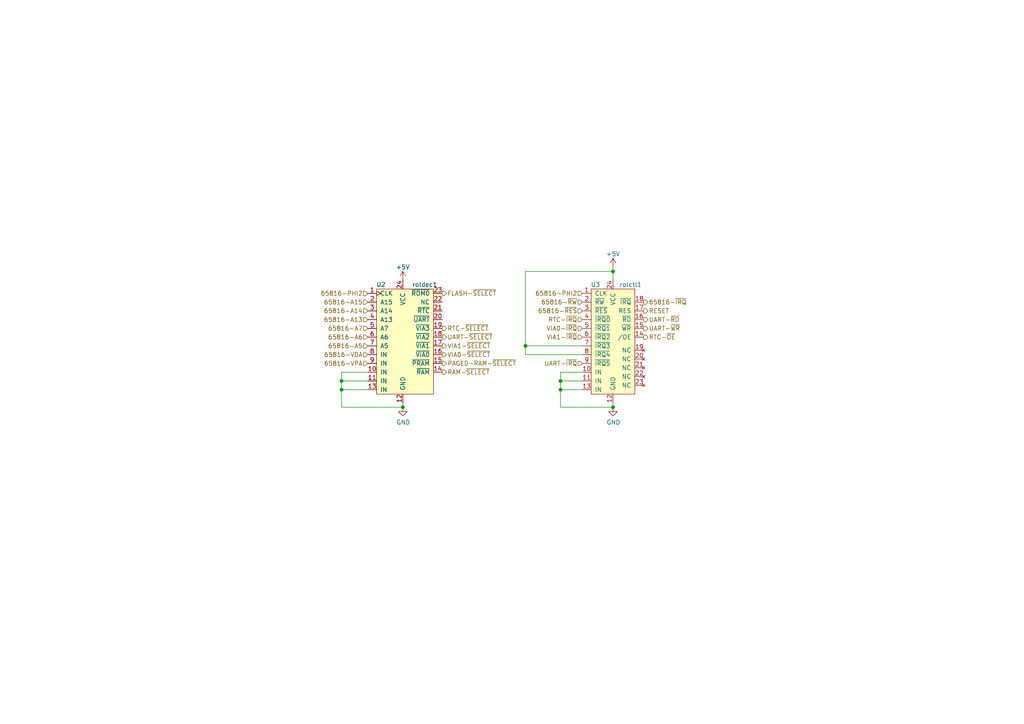
<source format=kicad_sch>
(kicad_sch (version 20211123) (generator eeschema)
  (paper "A4")
  (title_block (title "ROL") (date "2022-01-01") (rev "1.0"))
  (lib_symbols
    (symbol "power:+5V" (power) (pin_names (offset 0))
      (property "Value" "+5V" (at 0 3.556 0))
      (symbol "+5V_0_1"
        (polyline (pts (xy -0.762 1.27) (xy 0 2.54)))
        (polyline (pts (xy 0 0) (xy 0 2.54)))
        (polyline (pts (xy 0 2.54) (xy 0.762 1.27)))
      )
      (symbol "+5V_1_1"
        (pin power_in line (at 0 0 90) (length 0) hide (name "+5V") (number "1"))
      )
    )
    (symbol "power:GND" (power) (pin_names (offset 0))
      (property "Value" "GND" (at 0 -3.81 0))
      (symbol "GND_0_1"
        (polyline (pts (xy 0 0) (xy 0 -1.27) (xy 1.27 -1.27) (xy 0 -2.54) (xy -1.27 -1.27) (xy 0 -1.27)))
      )
      (symbol "GND_1_1"
        (pin power_in line (at 0 0 270) (length 0) hide (name "GND") (number "1"))
      )
    )
    (symbol "rol:rolctl1" (pin_names (offset 1.016))
      (property "Reference" "U" (at -6.35 15.24 0))
      (property "Value" "rolctl1" (at 5.08 15.24 0))
      (symbol "rolctl1_0_1"
        (rectangle (start -6.35 13.97) (end 6.35 -16.51) (fill (type background)))
      )
      (symbol "rolctl1_1_1"
        (pin input line (at -8.89 12.7 0) (length 2.54) (name "CLK") (number "1"))
        (pin input line (at -8.89 -10.16 0) (length 2.54) (name "IN") (number "10"))
        (pin input line (at -8.89 -12.7 0) (length 2.54) (name "IN") (number "11"))
        (pin power_in line (at 0 -19.05 90) (length 2.54) (name "GND") (number "12"))
        (pin input line (at -8.89 -15.24 0) (length 2.54) (name "IN") (number "13"))
        (pin output line (at 8.89 0 180) (length 2.54) (name "/OE") (number "14"))
        (pin output line (at 8.89 2.54 180) (length 2.54) (name "~{WR}") (number "15"))
        (pin output line (at 8.89 5.08 180) (length 2.54) (name "~{RD}") (number "16"))
        (pin output line (at 8.89 7.62 180) (length 2.54) (name "RES") (number "17"))
        (pin output line (at 8.89 10.16 180) (length 2.54) (name "~{IRQ}") (number "18"))
        (pin no_connect line (at 8.89 -3.81 180) (length 2.54) (name "NC") (number "19"))
        (pin input line (at -8.89 10.16 0) (length 2.54) (name "~{RW}") (number "2"))
        (pin no_connect line (at 8.89 -6.35 180) (length 2.54) (name "NC") (number "20"))
        (pin no_connect line (at 8.89 -8.89 180) (length 2.54) (name "NC") (number "21"))
        (pin no_connect line (at 8.89 -11.43 180) (length 2.54) (name "NC") (number "22"))
        (pin no_connect line (at 8.89 -13.97 180) (length 2.54) (name "NC") (number "23"))
        (pin power_in line (at 0 16.51 270) (length 2.54) (name "VCC") (number "24"))
        (pin input line (at -8.89 7.62 0) (length 2.54) (name "~{RES}") (number "3"))
        (pin input line (at -8.89 5.08 0) (length 2.54) (name "~{IRQ0}") (number "4"))
        (pin input line (at -8.89 2.54 0) (length 2.54) (name "~{IRQ1}") (number "5"))
        (pin input line (at -8.89 0 0) (length 2.54) (name "~{IRQ2}") (number "6"))
        (pin input line (at -8.89 -2.54 0) (length 2.54) (name "~{IRQ3}") (number "7"))
        (pin input line (at -8.89 -5.08 0) (length 2.54) (name "~{IRQ4}") (number "8"))
        (pin input line (at -8.89 -7.62 0) (length 2.54) (name "~{IRQ5}") (number "9"))
      )
    )
    (symbol "rol:roldec1" (pin_names (offset 1.016))
      (property "Reference" "U" (at -7.62 13.97 0))
      (property "Value" "roldec1" (at 10.16 13.97 0))
      (symbol "roldec1_0_1"
        (rectangle (start -7.62 12.7) (end 8.89 -17.78) (fill (type background)))
      )
      (symbol "roldec1_1_1"
        (pin input clock (at -10.16 11.43 0) (length 2.54) (name "CLK") (number "1"))
        (pin input line (at -10.16 -11.43 0) (length 2.54) (name "IN") (number "10"))
        (pin input line (at -10.16 -13.97 0) (length 2.54) (name "IN") (number "11"))
        (pin power_in line (at 0 -20.32 90) (length 2.54) (name "GND") (number "12"))
        (pin input line (at -10.16 -16.51 0) (length 2.54) (name "IN") (number "13"))
        (pin output line (at 11.43 -11.43 180) (length 2.54) (name "~{RAM}") (number "14"))
        (pin output line (at 11.43 -8.89 180) (length 2.54) (name "~{PRAM}") (number "15"))
        (pin output line (at 11.43 -6.35 180) (length 2.54) (name "~{VIA0}") (number "16"))
        (pin output line (at 11.43 -3.81 180) (length 2.54) (name "~{VIA1}") (number "17"))
        (pin output line (at 11.43 -1.27 180) (length 2.54) (name "~{VIA2}") (number "18"))
        (pin output line (at 11.43 1.27 180) (length 2.54) (name "~{VIA3}") (number "19"))
        (pin input line (at -10.16 8.89 0) (length 2.54) (name "A15") (number "2"))
        (pin output line (at 11.43 3.81 180) (length 2.54) (name "~{UART}") (number "20"))
        (pin output line (at 11.43 6.35 180) (length 2.54) (name "~{RTC}") (number "21"))
        (pin output line (at 11.43 8.89 180) (length 2.54) (name "NC") (number "22"))
        (pin output line (at 11.43 11.43 180) (length 2.54) (name "~{ROM0}") (number "23"))
        (pin power_in line (at 0 15.24 270) (length 2.54) (name "VCC") (number "24"))
        (pin input line (at -10.16 6.35 0) (length 2.54) (name "A14") (number "3"))
        (pin input line (at -10.16 3.81 0) (length 2.54) (name "A13") (number "4"))
        (pin input line (at -10.16 1.27 0) (length 2.54) (name "A7") (number "5"))
        (pin input line (at -10.16 -1.27 0) (length 2.54) (name "A6") (number "6"))
        (pin input line (at -10.16 -3.81 0) (length 2.54) (name "A5") (number "7"))
        (pin input line (at -10.16 -6.35 0) (length 2.54) (name "IN") (number "8"))
        (pin input line (at -10.16 -8.89 0) (length 2.54) (name "IN") (number "9"))
      )
    )
  )
  (junction (at 116.84 118.11))
  (junction (at 162.56 110.49))
  (junction (at 99.06 110.49))
  (junction (at 152.4 100.33))
  (junction (at 99.06 113.03))
  (junction (at 177.8 118.11))
  (junction (at 162.56 113.03))
  (junction (at 177.8 78.74))
  (wire (pts (xy 152.4 100.33) (xy 152.4 78.74)))
  (wire (pts (xy 106.68 113.03) (xy 99.06 113.03)))
  (wire (pts (xy 168.91 113.03) (xy 162.56 113.03)))
  (wire (pts (xy 99.06 113.03) (xy 99.06 118.11)))
  (wire (pts (xy 168.91 100.33) (xy 152.4 100.33)))
  (wire (pts (xy 177.8 118.11) (xy 177.8 116.84)))
  (wire (pts (xy 168.91 107.95) (xy 162.56 107.95)))
  (wire (pts (xy 168.91 110.49) (xy 162.56 110.49)))
  (wire (pts (xy 99.06 118.11) (xy 116.84 118.11)))
  (wire (pts (xy 152.4 102.87) (xy 152.4 100.33)))
  (wire (pts (xy 106.68 107.95) (xy 99.06 107.95)))
  (wire (pts (xy 106.68 110.49) (xy 99.06 110.49)))
  (wire (pts (xy 99.06 107.95) (xy 99.06 110.49)))
  (wire (pts (xy 99.06 110.49) (xy 99.06 113.03)))
  (wire (pts (xy 162.56 113.03) (xy 162.56 118.11)))
  (wire (pts (xy 177.8 77.47) (xy 177.8 78.74)))
  (wire (pts (xy 162.56 110.49) (xy 162.56 113.03)))
  (wire (pts (xy 152.4 78.74) (xy 177.8 78.74)))
  (wire (pts (xy 116.84 116.84) (xy 116.84 118.11)))
  (wire (pts (xy 162.56 107.95) (xy 162.56 110.49)))
  (wire (pts (xy 168.91 102.87) (xy 152.4 102.87)))
  (wire (pts (xy 177.8 78.74) (xy 177.8 81.28)))
  (wire (pts (xy 162.56 118.11) (xy 177.8 118.11)))
  (hierarchical_label "65816-~{IRQ}" (shape output) (at 186.69 87.63 0))
  (hierarchical_label "65816-PHI2" (shape input) (at 168.91 85.09 180))
  (hierarchical_label "UART-~{RD}" (shape output) (at 186.69 92.71 0))
  (hierarchical_label "65816-A5" (shape input) (at 106.68 100.33 180))
  (hierarchical_label "VIA0-~{SELECT}" (shape output) (at 128.27 102.87 0))
  (hierarchical_label "RESET" (shape output) (at 186.69 90.17 0))
  (hierarchical_label "RTC-~{IRQ}" (shape input) (at 168.91 92.71 180))
  (hierarchical_label "FLASH-~{SELECT}" (shape output) (at 128.27 85.09 0))
  (hierarchical_label "65816-PHI2" (shape input) (at 106.68 85.09 180))
  (hierarchical_label "PAGED-RAM-~{SELECT}" (shape output) (at 128.27 105.41 0))
  (hierarchical_label "65816-A7" (shape input) (at 106.68 95.25 180))
  (hierarchical_label "UART-~{SELECT}" (shape output) (at 128.27 97.79 0))
  (hierarchical_label "UART-~{WR}" (shape output) (at 186.69 95.25 0))
  (hierarchical_label "RAM-~{SELECT}" (shape output) (at 128.27 107.95 0))
  (hierarchical_label "VIA1-~{IRQ}" (shape input) (at 168.91 97.79 180))
  (hierarchical_label "65816-A14" (shape input) (at 106.68 90.17 180))
  (hierarchical_label "VIA0-~{IRQ}" (shape input) (at 168.91 95.25 180))
  (hierarchical_label "RTC-~{OE}" (shape output) (at 186.69 97.79 0))
  (hierarchical_label "RTC-~{SELECT}" (shape output) (at 128.27 95.25 0))
  (hierarchical_label "65816-VPA" (shape input) (at 106.68 105.41 180))
  (hierarchical_label "65816-A15" (shape input) (at 106.68 87.63 180))
  (hierarchical_label "65816-~{RW}" (shape input) (at 168.91 87.63 180))
  (hierarchical_label "65816-VDA" (shape input) (at 106.68 102.87 180))
  (hierarchical_label "UART-~{IRQ}" (shape input) (at 168.91 105.41 180))
  (hierarchical_label "65816-A13" (shape input) (at 106.68 92.71 180))
  (hierarchical_label "VIA1-~{SELECT}" (shape output) (at 128.27 100.33 0))
  (hierarchical_label "65816-~{RES}" (shape input) (at 168.91 90.17 180))
  (hierarchical_label "65816-A6" (shape input) (at 106.68 97.79 180))
  (symbol (lib_id "power:+5V") (at 116.84 81.28 0)
    (property "Reference" "#PWR05" (effects hide))
    (property "Value" "+5V" (at 116.84 77.47 0))
  )
  (symbol (lib_id "power:GND") (at 116.84 118.11 0) (unit 1)
    (property "Reference" "#PWR06" (effects hide))
    (property "Value" "GND" (at 116.967 122.5042 0))
  )
  (symbol (lib_id "power:+5V") (at 177.8 77.47 0)
    (property "Reference" "#PWR07" (effects hide))
    (property "Value" "+5V" (at 177.8 73.66 0))
  )
  (symbol (lib_id "power:GND") (at 177.8 118.11 0) (unit 1)
    (property "Reference" "#PWR08" (effects hide))
    (property "Value" "GND" (at 177.927 122.5042 0))
  )
  (symbol (lib_id "rol:roldec1") (at 116.84 96.52 0) (unit 1)
    (property "Reference" "U2" (at 110.49 82.55 0))
    (property "Value" "roldec1" (at 123.19 82.55 0))
  )
  (symbol (lib_id "rol:rolctl1") (at 177.8 97.79 0) (unit 1)
    (property "Reference" "U3" (at 172.72 82.55 0))
    (property "Value" "rolctl1" (at 182.88 82.55 0))
  )
)
</source>
